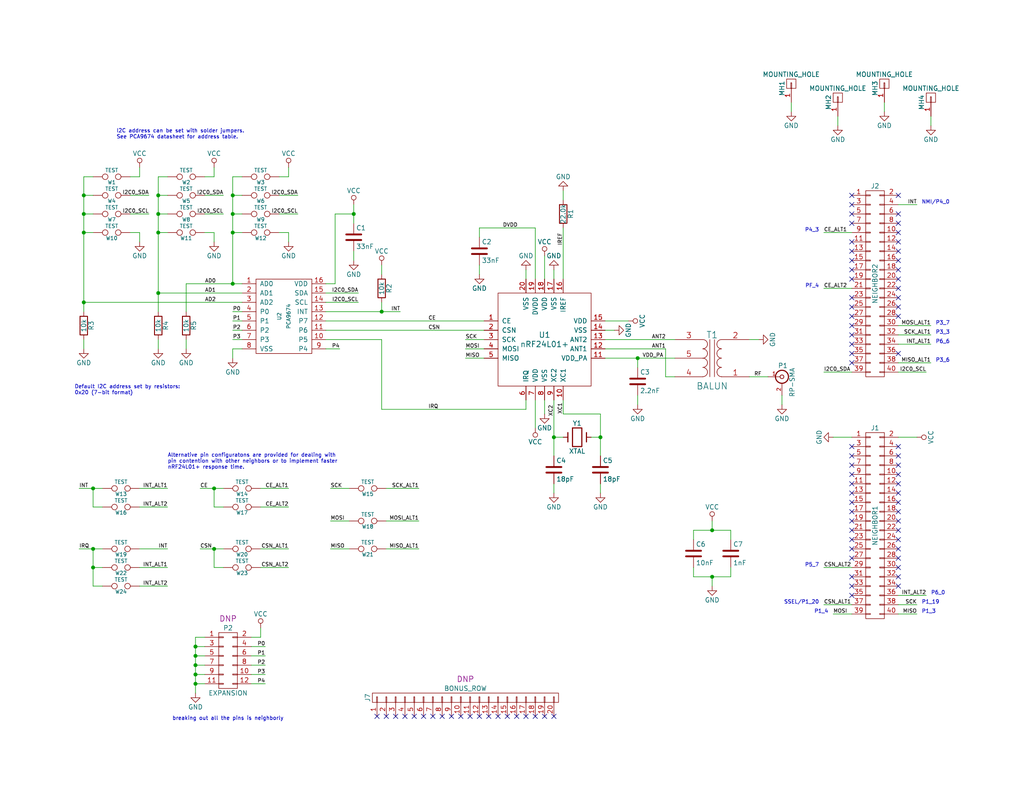
<source format=kicad_sch>
(kicad_sch (version 20230121) (generator eeschema)
  (paper "USLetter")
  (title_block (title "GreatFET Crocus, a 2.4 GHz neighbor") (date "2015-09-24") (company "Copyright 2015 Michael Ossmann") (comment 1 "License: GPL v2"))
  (junction (at 22.86 58.42))
  (junction (at 25.4 154.94))
  (junction (at 63.5 63.5))
  (junction (at 58.42 149.86))
  (junction (at 53.34 184.15))
  (junction (at 43.18 53.34))
  (junction (at 58.42 133.35))
  (junction (at 53.34 179.07))
  (junction (at 96.52 58.42))
  (junction (at 104.14 85.09))
  (junction (at 151.13 119.38))
  (junction (at 53.34 186.69))
  (junction (at 22.86 82.55))
  (junction (at 25.4 149.86))
  (junction (at 173.99 97.79))
  (junction (at 53.34 181.61))
  (junction (at 63.5 53.34))
  (junction (at 22.86 53.34))
  (junction (at 194.31 144.78))
  (junction (at 25.4 133.35))
  (junction (at 53.34 176.53))
  (junction (at 22.86 63.5))
  (junction (at 63.5 77.47))
  (junction (at 43.18 80.01))
  (junction (at 194.31 157.48))
  (junction (at 43.18 63.5))
  (junction (at 63.5 58.42))
  (junction (at 43.18 58.42))
  (junction (at 163.83 119.38))
  (no_connect (at 232.41 66.04))
  (no_connect (at 115.57 195.58))
  (no_connect (at 245.11 154.94))
  (no_connect (at 232.41 99.06))
  (no_connect (at 232.41 144.78))
  (no_connect (at 232.41 68.58))
  (no_connect (at 245.11 76.2))
  (no_connect (at 232.41 147.32))
  (no_connect (at 102.87 195.58))
  (no_connect (at 245.11 86.36))
  (no_connect (at 110.49 195.58))
  (no_connect (at 135.89 195.58))
  (no_connect (at 232.41 73.66))
  (no_connect (at 245.11 127))
  (no_connect (at 151.13 195.58))
  (no_connect (at 232.41 93.98))
  (no_connect (at 245.11 60.96))
  (no_connect (at 113.03 195.58))
  (no_connect (at 232.41 132.08))
  (no_connect (at 105.41 195.58))
  (no_connect (at 232.41 81.28))
  (no_connect (at 232.41 142.24))
  (no_connect (at 245.11 58.42))
  (no_connect (at 232.41 71.12))
  (no_connect (at 232.41 83.82))
  (no_connect (at 232.41 152.4))
  (no_connect (at 232.41 137.16))
  (no_connect (at 140.97 195.58))
  (no_connect (at 245.11 129.54))
  (no_connect (at 232.41 129.54))
  (no_connect (at 245.11 66.04))
  (no_connect (at 245.11 63.5))
  (no_connect (at 128.27 195.58))
  (no_connect (at 146.05 195.58))
  (no_connect (at 232.41 127))
  (no_connect (at 130.81 195.58))
  (no_connect (at 123.19 195.58))
  (no_connect (at 245.11 78.74))
  (no_connect (at 245.11 139.7))
  (no_connect (at 232.41 139.7))
  (no_connect (at 133.35 195.58))
  (no_connect (at 245.11 121.92))
  (no_connect (at 232.41 149.86))
  (no_connect (at 245.11 68.58))
  (no_connect (at 232.41 96.52))
  (no_connect (at 232.41 60.96))
  (no_connect (at 232.41 160.02))
  (no_connect (at 125.73 195.58))
  (no_connect (at 245.11 147.32))
  (no_connect (at 245.11 132.08))
  (no_connect (at 232.41 88.9))
  (no_connect (at 245.11 137.16))
  (no_connect (at 232.41 53.34))
  (no_connect (at 245.11 81.28))
  (no_connect (at 118.11 195.58))
  (no_connect (at 120.65 195.58))
  (no_connect (at 245.11 96.52))
  (no_connect (at 138.43 195.58))
  (no_connect (at 232.41 76.2))
  (no_connect (at 148.59 195.58))
  (no_connect (at 232.41 134.62))
  (no_connect (at 245.11 83.82))
  (no_connect (at 232.41 162.56))
  (no_connect (at 232.41 55.88))
  (no_connect (at 232.41 157.48))
  (no_connect (at 232.41 86.36))
  (no_connect (at 245.11 149.86))
  (no_connect (at 245.11 134.62))
  (no_connect (at 245.11 142.24))
  (no_connect (at 232.41 91.44))
  (no_connect (at 232.41 121.92))
  (no_connect (at 245.11 144.78))
  (no_connect (at 107.95 195.58))
  (no_connect (at 143.51 195.58))
  (no_connect (at 245.11 73.66))
  (no_connect (at 245.11 160.02))
  (no_connect (at 245.11 152.4))
  (no_connect (at 232.41 58.42))
  (no_connect (at 245.11 157.48))
  (no_connect (at 232.41 124.46))
  (no_connect (at 245.11 53.34))
  (no_connect (at 245.11 71.12))
  (no_connect (at 245.11 124.46))
  (wire (pts (xy 181.61 95.25) (xy 165.1 95.25)))
  (wire (pts (xy 50.8 77.47) (xy 63.5 77.47)))
  (wire (pts (xy 254 31.75) (xy 254 34.29)))
  (wire (pts (xy 22.86 95.25) (xy 22.86 92.71)))
  (wire (pts (xy 165.1 92.71) (xy 184.15 92.71)))
  (wire (pts (xy 252.73 101.6) (xy 245.11 101.6)))
  (wire (pts (xy 22.86 58.42) (xy 22.86 63.5)))
  (wire (pts (xy 189.23 144.78) (xy 189.23 147.32)))
  (wire (pts (xy 127 92.71) (xy 132.08 92.71)))
  (wire (pts (xy 43.18 58.42) (xy 45.72 58.42)))
  (wire (pts (xy 88.9 85.09) (xy 104.14 85.09)))
  (wire (pts (xy 63.5 92.71) (xy 66.04 92.71)))
  (wire (pts (xy 38.1 63.5) (xy 38.1 66.04)))
  (wire (pts (xy 228.6 31.75) (xy 228.6 34.29)))
  (wire (pts (xy 45.72 133.35) (xy 38.1 133.35)))
  (wire (pts (xy 54.61 149.86) (xy 58.42 149.86)))
  (wire (pts (xy 173.99 107.95) (xy 173.99 110.49)))
  (wire (pts (xy 38.1 48.26) (xy 38.1 45.72)))
  (wire (pts (xy 53.34 186.69) (xy 53.34 189.23)))
  (wire (pts (xy 63.5 95.25) (xy 63.5 97.79)))
  (wire (pts (xy 194.31 157.48) (xy 199.39 157.48)))
  (wire (pts (xy 104.14 92.71) (xy 88.9 92.71)))
  (wire (pts (xy 148.59 76.2) (xy 148.59 69.85)))
  (wire (pts (xy 50.8 95.25) (xy 50.8 92.71)))
  (wire (pts (xy 78.74 48.26) (xy 78.74 45.72)))
  (wire (pts (xy 22.86 63.5) (xy 25.4 63.5)))
  (wire (pts (xy 63.5 90.17) (xy 66.04 90.17)))
  (wire (pts (xy 53.34 184.15) (xy 53.34 186.69)))
  (wire (pts (xy 63.5 58.42) (xy 66.04 58.42)))
  (wire (pts (xy 55.88 181.61) (xy 53.34 181.61)))
  (wire (pts (xy 55.88 48.26) (xy 58.42 48.26)))
  (wire (pts (xy 143.51 111.76) (xy 104.14 111.76)))
  (wire (pts (xy 43.18 53.34) (xy 43.18 58.42)))
  (wire (pts (xy 25.4 154.94) (xy 25.4 160.02)))
  (wire (pts (xy 167.64 90.17) (xy 165.1 90.17)))
  (wire (pts (xy 184.15 102.87) (xy 181.61 102.87)))
  (wire (pts (xy 173.99 97.79) (xy 173.99 100.33)))
  (wire (pts (xy 204.47 92.71) (xy 207.01 92.71)))
  (wire (pts (xy 38.1 138.43) (xy 45.72 138.43)))
  (wire (pts (xy 72.39 181.61) (xy 68.58 181.61)))
  (wire (pts (xy 43.18 80.01) (xy 43.18 85.09)))
  (wire (pts (xy 96.52 68.58) (xy 96.52 71.12)))
  (wire (pts (xy 92.71 95.25) (xy 88.9 95.25)))
  (wire (pts (xy 245.11 119.38) (xy 250.19 119.38)))
  (wire (pts (xy 63.5 85.09) (xy 66.04 85.09)))
  (wire (pts (xy 90.17 133.35) (xy 95.25 133.35)))
  (wire (pts (xy 72.39 179.07) (xy 68.58 179.07)))
  (wire (pts (xy 163.83 113.03) (xy 153.67 113.03)))
  (wire (pts (xy 254 91.44) (xy 245.11 91.44)))
  (wire (pts (xy 153.67 113.03) (xy 153.67 109.22)))
  (wire (pts (xy 72.39 184.15) (xy 68.58 184.15)))
  (wire (pts (xy 194.31 144.78) (xy 194.31 142.24)))
  (wire (pts (xy 53.34 179.07) (xy 53.34 181.61)))
  (wire (pts (xy 91.44 77.47) (xy 91.44 58.42)))
  (wire (pts (xy 241.3 27.94) (xy 241.3 30.48)))
  (wire (pts (xy 38.1 160.02) (xy 45.72 160.02)))
  (wire (pts (xy 58.42 63.5) (xy 58.42 66.04)))
  (wire (pts (xy 88.9 77.47) (xy 91.44 77.47)))
  (wire (pts (xy 22.86 82.55) (xy 66.04 82.55)))
  (wire (pts (xy 97.79 82.55) (xy 88.9 82.55)))
  (wire (pts (xy 127 97.79) (xy 132.08 97.79)))
  (wire (pts (xy 25.4 138.43) (xy 27.94 138.43)))
  (wire (pts (xy 232.41 167.64) (xy 227.33 167.64)))
  (wire (pts (xy 143.51 109.22) (xy 143.51 111.76)))
  (wire (pts (xy 58.42 48.26) (xy 58.42 45.72)))
  (wire (pts (xy 25.4 149.86) (xy 27.94 149.86)))
  (wire (pts (xy 55.88 184.15) (xy 53.34 184.15)))
  (wire (pts (xy 173.99 97.79) (xy 184.15 97.79)))
  (wire (pts (xy 181.61 102.87) (xy 181.61 95.25)))
  (wire (pts (xy 60.96 53.34) (xy 55.88 53.34)))
  (wire (pts (xy 58.42 154.94) (xy 60.96 154.94)))
  (wire (pts (xy 55.88 63.5) (xy 58.42 63.5)))
  (wire (pts (xy 22.86 48.26) (xy 25.4 48.26)))
  (wire (pts (xy 25.4 160.02) (xy 27.94 160.02)))
  (wire (pts (xy 81.28 58.42) (xy 76.2 58.42)))
  (wire (pts (xy 38.1 154.94) (xy 45.72 154.94)))
  (wire (pts (xy 163.83 113.03) (xy 163.83 119.38)))
  (wire (pts (xy 171.45 87.63) (xy 165.1 87.63)))
  (wire (pts (xy 151.13 119.38) (xy 153.67 119.38)))
  (wire (pts (xy 53.34 176.53) (xy 53.34 179.07)))
  (wire (pts (xy 71.12 154.94) (xy 78.74 154.94)))
  (wire (pts (xy 63.5 53.34) (xy 63.5 58.42)))
  (wire (pts (xy 254 88.9) (xy 245.11 88.9)))
  (wire (pts (xy 43.18 48.26) (xy 45.72 48.26)))
  (wire (pts (xy 78.74 149.86) (xy 71.12 149.86)))
  (wire (pts (xy 104.14 85.09) (xy 109.22 85.09)))
  (wire (pts (xy 90.17 142.24) (xy 95.25 142.24)))
  (wire (pts (xy 151.13 109.22) (xy 151.13 119.38)))
  (wire (pts (xy 227.33 119.38) (xy 232.41 119.38)))
  (wire (pts (xy 91.44 58.42) (xy 96.52 58.42)))
  (wire (pts (xy 250.19 165.1) (xy 245.11 165.1)))
  (wire (pts (xy 199.39 157.48) (xy 199.39 154.94)))
  (wire (pts (xy 21.59 133.35) (xy 25.4 133.35)))
  (wire (pts (xy 245.11 55.88) (xy 250.19 55.88)))
  (wire (pts (xy 40.64 58.42) (xy 35.56 58.42)))
  (wire (pts (xy 132.08 90.17) (xy 88.9 90.17)))
  (wire (pts (xy 22.86 53.34) (xy 22.86 58.42)))
  (wire (pts (xy 224.79 154.94) (xy 232.41 154.94)))
  (wire (pts (xy 163.83 119.38) (xy 163.83 124.46)))
  (wire (pts (xy 88.9 87.63) (xy 132.08 87.63)))
  (wire (pts (xy 58.42 133.35) (xy 60.96 133.35)))
  (wire (pts (xy 194.31 144.78) (xy 199.39 144.78)))
  (wire (pts (xy 50.8 85.09) (xy 50.8 77.47)))
  (wire (pts (xy 245.11 167.64) (xy 250.19 167.64)))
  (wire (pts (xy 224.79 78.74) (xy 232.41 78.74)))
  (wire (pts (xy 78.74 133.35) (xy 71.12 133.35)))
  (wire (pts (xy 43.18 58.42) (xy 43.18 63.5)))
  (wire (pts (xy 43.18 80.01) (xy 66.04 80.01)))
  (wire (pts (xy 146.05 76.2) (xy 146.05 62.23)))
  (wire (pts (xy 43.18 63.5) (xy 43.18 80.01)))
  (wire (pts (xy 165.1 97.79) (xy 173.99 97.79)))
  (wire (pts (xy 151.13 119.38) (xy 151.13 124.46)))
  (wire (pts (xy 22.86 63.5) (xy 22.86 82.55)))
  (wire (pts (xy 66.04 95.25) (xy 63.5 95.25)))
  (wire (pts (xy 54.61 133.35) (xy 58.42 133.35)))
  (wire (pts (xy 104.14 111.76) (xy 104.14 92.71)))
  (wire (pts (xy 72.39 176.53) (xy 68.58 176.53)))
  (wire (pts (xy 71.12 173.99) (xy 71.12 171.45)))
  (wire (pts (xy 53.34 173.99) (xy 53.34 176.53)))
  (wire (pts (xy 43.18 48.26) (xy 43.18 53.34)))
  (wire (pts (xy 53.34 181.61) (xy 53.34 184.15)))
  (wire (pts (xy 232.41 101.6) (xy 224.79 101.6)))
  (wire (pts (xy 148.59 109.22) (xy 148.59 113.03)))
  (wire (pts (xy 90.17 149.86) (xy 95.25 149.86)))
  (wire (pts (xy 25.4 149.86) (xy 25.4 154.94)))
  (wire (pts (xy 153.67 52.07) (xy 153.67 54.61)))
  (wire (pts (xy 25.4 133.35) (xy 27.94 133.35)))
  (wire (pts (xy 63.5 48.26) (xy 66.04 48.26)))
  (wire (pts (xy 245.11 99.06) (xy 254 99.06)))
  (wire (pts (xy 68.58 173.99) (xy 71.12 173.99)))
  (wire (pts (xy 71.12 138.43) (xy 78.74 138.43)))
  (wire (pts (xy 21.59 149.86) (xy 25.4 149.86)))
  (wire (pts (xy 252.73 162.56) (xy 245.11 162.56)))
  (wire (pts (xy 153.67 62.23) (xy 153.67 76.2)))
  (wire (pts (xy 189.23 144.78) (xy 194.31 144.78)))
  (wire (pts (xy 97.79 80.01) (xy 88.9 80.01)))
  (wire (pts (xy 63.5 48.26) (xy 63.5 53.34)))
  (wire (pts (xy 22.86 53.34) (xy 25.4 53.34)))
  (wire (pts (xy 204.47 102.87) (xy 209.55 102.87)))
  (wire (pts (xy 151.13 76.2) (xy 151.13 73.66)))
  (wire (pts (xy 22.86 82.55) (xy 22.86 85.09)))
  (wire (pts (xy 146.05 62.23) (xy 130.81 62.23)))
  (wire (pts (xy 194.31 157.48) (xy 194.31 160.02)))
  (wire (pts (xy 76.2 63.5) (xy 78.74 63.5)))
  (wire (pts (xy 96.52 55.88) (xy 96.52 58.42)))
  (wire (pts (xy 43.18 63.5) (xy 45.72 63.5)))
  (wire (pts (xy 189.23 157.48) (xy 194.31 157.48)))
  (wire (pts (xy 55.88 173.99) (xy 53.34 173.99)))
  (wire (pts (xy 76.2 48.26) (xy 78.74 48.26)))
  (wire (pts (xy 22.86 48.26) (xy 22.86 53.34)))
  (wire (pts (xy 114.3 133.35) (xy 105.41 133.35)))
  (wire (pts (xy 189.23 154.94) (xy 189.23 157.48)))
  (wire (pts (xy 215.9 27.94) (xy 215.9 30.48)))
  (wire (pts (xy 63.5 87.63) (xy 66.04 87.63)))
  (wire (pts (xy 130.81 62.23) (xy 130.81 64.77)))
  (wire (pts (xy 114.3 142.24) (xy 105.41 142.24)))
  (wire (pts (xy 60.96 58.42) (xy 55.88 58.42)))
  (wire (pts (xy 213.36 107.95) (xy 213.36 110.49)))
  (wire (pts (xy 25.4 154.94) (xy 27.94 154.94)))
  (wire (pts (xy 45.72 149.86) (xy 38.1 149.86)))
  (wire (pts (xy 199.39 144.78) (xy 199.39 147.32)))
  (wire (pts (xy 78.74 63.5) (xy 78.74 66.04)))
  (wire (pts (xy 130.81 72.39) (xy 130.81 74.93)))
  (wire (pts (xy 114.3 149.86) (xy 105.41 149.86)))
  (wire (pts (xy 72.39 186.69) (xy 68.58 186.69)))
  (wire (pts (xy 55.88 186.69) (xy 53.34 186.69)))
  (wire (pts (xy 58.42 138.43) (xy 60.96 138.43)))
  (wire (pts (xy 224.79 63.5) (xy 232.41 63.5)))
  (wire (pts (xy 161.29 119.38) (xy 163.83 119.38)))
  (wire (pts (xy 35.56 63.5) (xy 38.1 63.5)))
  (wire (pts (xy 163.83 134.62) (xy 163.83 132.08)))
  (wire (pts (xy 58.42 133.35) (xy 58.42 138.43)))
  (wire (pts (xy 22.86 58.42) (xy 25.4 58.42)))
  (wire (pts (xy 96.52 58.42) (xy 96.52 60.96)))
  (wire (pts (xy 146.05 109.22) (xy 146.05 116.84)))
  (wire (pts (xy 58.42 149.86) (xy 58.42 154.94)))
  (wire (pts (xy 63.5 63.5) (xy 63.5 77.47)))
  (wire (pts (xy 43.18 95.25) (xy 43.18 92.71)))
  (wire (pts (xy 35.56 48.26) (xy 38.1 48.26)))
  (wire (pts (xy 55.88 176.53) (xy 53.34 176.53)))
  (wire (pts (xy 25.4 133.35) (xy 25.4 138.43)))
  (wire (pts (xy 63.5 77.47) (xy 66.04 77.47)))
  (wire (pts (xy 55.88 179.07) (xy 53.34 179.07)))
  (wire (pts (xy 63.5 63.5) (xy 66.04 63.5)))
  (wire (pts (xy 58.42 149.86) (xy 60.96 149.86)))
  (wire (pts (xy 143.51 76.2) (xy 143.51 73.66)))
  (wire (pts (xy 81.28 53.34) (xy 76.2 53.34)))
  (wire (pts (xy 104.14 72.39) (xy 104.14 74.93)))
  (wire (pts (xy 40.64 53.34) (xy 35.56 53.34)))
  (wire (pts (xy 224.79 165.1) (xy 232.41 165.1)))
  (wire (pts (xy 63.5 58.42) (xy 63.5 63.5)))
  (wire (pts (xy 43.18 53.34) (xy 45.72 53.34)))
  (wire (pts (xy 63.5 53.34) (xy 66.04 53.34)))
  (wire (pts (xy 127 95.25) (xy 132.08 95.25)))
  (wire (pts (xy 151.13 134.62) (xy 151.13 132.08)))
  (wire (pts (xy 254 93.98) (xy 245.11 93.98)))
  (wire (pts (xy 104.14 82.55) (xy 104.14 85.09)))
  (text "P6_0" (at 254 162.56 0) (effects (font (size 1.016 1.016)) (justify left bottom)))
  (text "P1_19" (at 251.46 165.1 0) (effects (font (size 1.016 1.016)) (justify left bottom)))
  (text "I2C address can be set with solder jumpers.\nSee PCA9674 datasheet for address table." (at 31.75 38.1 0) (effects (font (size 1.016 1.016)) (justify left bottom)))
  (text "P1_3" (at 251.46 167.64 0) (effects (font (size 1.016 1.016)) (justify left bottom)))
  (text "PF_4" (at 223.52 78.74 0) (effects (font (size 1.016 1.016)) (justify right bottom)))
  (text "NMI/P4_0" (at 251.46 55.88 0) (effects (font (size 1.016 1.016)) (justify left bottom)))
  (text "Alternative pin configuratons are provided for dealing with\npin contention with other neighbors or to implement faster\nnRF24L01+ response time." (at 45.72 128.27 0) (effects (font (size 1.016 1.016)) (justify left bottom)))
  (text "SSEL/P1_20" (at 223.52 165.1 0) (effects (font (size 1.016 1.016)) (justify right bottom)))
  (text "breaking out all the pins is neighborly" (at 46.99 196.85 0) (effects (font (size 1.016 1.016)) (justify left bottom)))
  (text "P1_4" (at 226.06 167.64 0) (effects (font (size 1.016 1.016)) (justify right bottom)))
  (text "Default I2C address set by resistors:\n0x20 (7-bit format)" (at 20.32 107.95 0) (effects (font (size 1.016 1.016)) (justify left bottom)))
  (text "P3_6" (at 255.27 99.06 0) (effects (font (size 1.016 1.016)) (justify left bottom)))
  (text "P4_3" (at 223.52 63.5 0) (effects (font (size 1.016 1.016)) (justify right bottom)))
  (text "P5_7" (at 223.52 154.94 0) (effects (font (size 1.016 1.016)) (justify right bottom)))
  (text "P3_3" (at 255.27 91.44 0) (effects (font (size 1.016 1.016)) (justify left bottom)))
  (text "P3_7" (at 255.27 88.9 0) (effects (font (size 1.016 1.016)) (justify left bottom)))
  (text "P6_6" (at 255.27 93.98 0) (effects (font (size 1.016 1.016)) (justify left bottom)))
  (label "SCK" (at 250.19 165.1 180) (effects (font (size 1.016 1.016))))
  (label "P1" (at 63.5 87.63 0) (effects (font (size 1.016 1.016))))
  (label "CE" (at 54.61 133.35 0) (effects (font (size 1.016 1.016))))
  (label "AD2" (at 55.88 82.55 0) (effects (font (size 1.016 1.016))))
  (label "P1" (at 72.39 179.07 180) (effects (font (size 1.016 1.016))))
  (label "P2" (at 63.5 90.17 0) (effects (font (size 1.016 1.016))))
  (label "P0" (at 63.5 85.09 0) (effects (font (size 1.016 1.016))))
  (label "SCK" (at 90.17 133.35 0) (effects (font (size 1.016 1.016))))
  (label "P4" (at 92.71 95.25 180) (effects (font (size 1.016 1.016))))
  (label "MOSI_ALT1" (at 114.3 142.24 180) (effects (font (size 1.016 1.016))))
  (label "I2C0_SCL" (at 60.96 58.42 180) (effects (font (size 1.016 1.016))))
  (label "INT_ALT2" (at 45.72 160.02 180) (effects (font (size 1.016 1.016))))
  (label "I2C0_SDA" (at 224.79 101.6 0) (effects (font (size 1.016 1.016))))
  (label "IREF" (at 153.67 63.5 270) (effects (font (size 1.016 1.016))))
  (label "MISO_ALT1" (at 114.3 149.86 180) (effects (font (size 1.016 1.016))))
  (label "CE_ALT2" (at 78.74 138.43 180) (effects (font (size 1.016 1.016))))
  (label "MOSI" (at 127 95.25 0) (effects (font (size 1.016 1.016))))
  (label "I2C0_SCL" (at 81.28 58.42 180) (effects (font (size 1.016 1.016))))
  (label "CSN" (at 54.61 149.86 0) (effects (font (size 1.016 1.016))))
  (label "I2C0_SCL" (at 40.64 58.42 180) (effects (font (size 1.016 1.016))))
  (label "I2C0_SDA" (at 40.64 53.34 180) (effects (font (size 1.016 1.016))))
  (label "INT_ALT1" (at 254 93.98 180) (effects (font (size 1.016 1.016))))
  (label "I2C0_SCL" (at 97.79 82.55 180) (effects (font (size 1.016 1.016))))
  (label "SCK_ALT1" (at 254 91.44 180) (effects (font (size 1.016 1.016))))
  (label "SCK" (at 127 92.71 0) (effects (font (size 1.016 1.016))))
  (label "XC2" (at 151.13 110.49 270) (effects (font (size 1.016 1.016))))
  (label "CE_ALT2" (at 224.79 78.74 0) (effects (font (size 1.016 1.016))))
  (label "MOSI" (at 227.33 167.64 0) (effects (font (size 1.016 1.016))))
  (label "INT_ALT2" (at 45.72 138.43 180) (effects (font (size 1.016 1.016))))
  (label "VDD_PA" (at 175.26 97.79 0) (effects (font (size 1.016 1.016))))
  (label "SCK_ALT1" (at 114.3 133.35 180) (effects (font (size 1.016 1.016))))
  (label "MISO" (at 127 97.79 0) (effects (font (size 1.016 1.016))))
  (label "INT_ALT1" (at 45.72 154.94 180) (effects (font (size 1.016 1.016))))
  (label "CE" (at 116.84 87.63 0) (effects (font (size 1.016 1.016))))
  (label "RF" (at 205.74 102.87 0) (effects (font (size 1.016 1.016))))
  (label "ANT1" (at 177.8 95.25 0) (effects (font (size 1.016 1.016))))
  (label "INT" (at 21.59 133.35 0) (effects (font (size 1.016 1.016))))
  (label "P4" (at 72.39 186.69 180) (effects (font (size 1.016 1.016))))
  (label "P3" (at 72.39 184.15 180) (effects (font (size 1.016 1.016))))
  (label "CSN_ALT1" (at 78.74 149.86 180) (effects (font (size 1.016 1.016))))
  (label "MISO_ALT1" (at 254 99.06 180) (effects (font (size 1.016 1.016))))
  (label "CSN" (at 116.84 90.17 0) (effects (font (size 1.016 1.016))))
  (label "MISO" (at 250.19 167.64 180) (effects (font (size 1.016 1.016))))
  (label "I2C0_SDA" (at 97.79 80.01 180) (effects (font (size 1.016 1.016))))
  (label "I2C0_SCL" (at 252.73 101.6 180) (effects (font (size 1.016 1.016))))
  (label "DVDD" (at 137.16 62.23 0) (effects (font (size 1.016 1.016))))
  (label "INT_ALT2" (at 252.73 162.56 180) (effects (font (size 1.016 1.016))))
  (label "MOSI_ALT1" (at 254 88.9 180) (effects (font (size 1.016 1.016))))
  (label "INT" (at 250.19 55.88 180) (effects (font (size 1.016 1.016))))
  (label "CE_ALT1" (at 224.79 63.5 0) (effects (font (size 1.016 1.016))))
  (label "AD0" (at 55.88 77.47 0) (effects (font (size 1.016 1.016))))
  (label "P3" (at 63.5 92.71 0) (effects (font (size 1.016 1.016))))
  (label "CE_ALT1" (at 78.74 133.35 180) (effects (font (size 1.016 1.016))))
  (label "ANT2" (at 177.8 92.71 0) (effects (font (size 1.016 1.016))))
  (label "XC1" (at 153.67 113.03 90) (effects (font (size 1.016 1.016))))
  (label "MOSI" (at 90.17 142.24 0) (effects (font (size 1.016 1.016))))
  (label "CSN_ALT1" (at 224.79 165.1 0) (effects (font (size 1.016 1.016))))
  (label "I2C0_SDA" (at 81.28 53.34 180) (effects (font (size 1.016 1.016))))
  (label "CSN_ALT2" (at 78.74 154.94 180) (effects (font (size 1.016 1.016))))
  (label "AD1" (at 55.88 80.01 0) (effects (font (size 1.016 1.016))))
  (label "P0" (at 72.39 176.53 180) (effects (font (size 1.016 1.016))))
  (label "MISO" (at 90.17 149.86 0) (effects (font (size 1.016 1.016))))
  (label "IRQ" (at 21.59 149.86 0) (effects (font (size 1.016 1.016))))
  (label "CSN_ALT2" (at 224.79 154.94 0) (effects (font (size 1.016 1.016))))
  (label "INT" (at 45.72 149.86 180) (effects (font (size 1.016 1.016))))
  (label "P2" (at 72.39 181.61 180) (effects (font (size 1.016 1.016))))
  (label "INT_ALT1" (at 45.72 133.35 180) (effects (font (size 1.016 1.016))))
  (label "INT" (at 109.22 85.09 180) (effects (font (size 1.016 1.016))))
  (label "IRQ" (at 116.84 111.76 0) (effects (font (size 1.016 1.016))))
  (label "I2C0_SDA" (at 60.96 53.34 180) (effects (font (size 1.016 1.016))))
  (symbol (lib_id "crocus-rescue:CONN_02X20") (at 238.76 77.47 0) (unit 1)
    (property "Reference" "J2" (at 238.76 50.8 0))
    (property "Value" "NEIGHBOR2" (at 238.76 77.47 90))
    (property "Footprint" "gsg-modules:HEADER-2x20" (effects hide))
    (property "Manufacturer" "Samtec" (effects hide))
    (property "Part Number" "SSQ-120-23-G-D" (effects hide))
    (property "Description" "CONN RCPT .100\" 40POS DUAL-ROW STACKING GOLD" (effects hide))
    (property "Note" "Alternate: https://www.adafruit.com/products/2223" (effects hide))
  )
  (symbol (lib_id "crocus-rescue:GND") (at 227.33 119.38 270) (unit 1)
    (property "Reference" "#PWR01" (effects hide))
    (property "Value" "GND" (at 223.52 119.38 0))
  )
  (symbol (lib_id "crocus-rescue:VCC") (at 250.19 119.38 270) (unit 1)
    (property "Reference" "#PWR037" (effects hide))
    (property "Value" "VCC" (at 254 119.38 0))
  )
  (symbol (lib_id "crocus-rescue:CONN_02X20") (at 238.76 143.51 0) (unit 1)
    (property "Reference" "J1" (at 238.76 116.84 0))
    (property "Value" "NEIGHBOR1" (at 238.76 143.51 90))
    (property "Footprint" "gsg-modules:HEADER-2x20" (effects hide))
    (property "Manufacturer" "Samtec" (effects hide))
    (property "Part Number" "SSQ-120-23-G-D" (effects hide))
    (property "Description" "CONN RCPT .100\" 40POS DUAL-ROW STACKING GOLD" (effects hide))
    (property "Note" "Alternate: https://www.adafruit.com/products/2223" (effects hide))
  )
  (symbol (lib_id "crocus-rescue:CONN_01X01") (at 241.3 22.86 90) (unit 1)
    (property "Reference" "MH3" (at 238.76 24.13 0))
    (property "Value" "MOUNTING_HOLE" (at 241.3 20.32 90))
    (property "Footprint" "gsg-modules:HOLE126MIL-COPPER" (effects hide))
    (property "Note" "DNP" (effects hide))
  )
  (symbol (lib_id "crocus-rescue:GND") (at 241.3 30.48 0) (unit 1)
    (property "Reference" "#PWR02" (effects hide))
    (property "Value" "GND" (at 241.3 34.29 0))
  )
  (symbol (lib_id "crocus-rescue:CONN_01X01") (at 254 26.67 90) (unit 1)
    (property "Reference" "MH4" (at 251.46 27.94 0))
    (property "Value" "MOUNTING_HOLE" (at 254 24.13 90))
    (property "Footprint" "gsg-modules:HOLE126MIL-COPPER" (effects hide))
    (property "Note" "DNP" (effects hide))
  )
  (symbol (lib_id "crocus-rescue:GND") (at 254 34.29 0) (unit 1)
    (property "Reference" "#PWR03" (effects hide))
    (property "Value" "GND" (at 254 38.1 0))
  )
  (symbol (lib_id "crocus-rescue:CONN_01X01") (at 215.9 22.86 90) (unit 1)
    (property "Reference" "MH1" (at 213.36 24.13 0))
    (property "Value" "MOUNTING_HOLE" (at 215.9 20.32 90))
    (property "Footprint" "gsg-modules:HOLE126MIL-COPPER" (effects hide))
    (property "Note" "DNP" (effects hide))
  )
  (symbol (lib_id "crocus-rescue:GND") (at 215.9 30.48 0) (unit 1)
    (property "Reference" "#PWR04" (effects hide))
    (property "Value" "GND" (at 215.9 34.29 0))
  )
  (symbol (lib_id "crocus-rescue:CONN_01X01") (at 228.6 26.67 90) (unit 1)
    (property "Reference" "MH2" (at 226.06 27.94 0))
    (property "Value" "MOUNTING_HOLE" (at 228.6 24.13 90))
    (property "Footprint" "gsg-modules:HOLE126MIL-COPPER" (effects hide))
    (property "Note" "DNP" (effects hide))
  )
  (symbol (lib_id "crocus-rescue:GND") (at 228.6 34.29 0) (unit 1)
    (property "Reference" "#PWR05" (effects hide))
    (property "Value" "GND" (at 228.6 38.1 0))
  )
  (symbol (lib_id "crocus-rescue:nRF24L01+") (at 148.59 92.71 0) (unit 1)
    (property "Reference" "U1" (at 148.59 91.44 0) (effects (font (size 1.524 1.524))))
    (property "Value" "nRF24L01+" (at 148.59 93.98 0) (effects (font (size 1.524 1.524))))
    (property "Footprint" "gsg-modules:QFN20-4" (effects hide))
    (property "Manufacturer" "Nordi Semiconductor" (effects hide))
    (property "Part Number" "NRF24L01P-R7" (effects hide))
    (property "Description" "IC RF TRANSCEIVER 2.4GHZ 20QFN" (effects hide))
  )
  (symbol (lib_id "crocus-rescue:BNC") (at 213.36 102.87 0) (unit 1)
    (property "Reference" "P1" (at 213.614 99.822 0))
    (property "Value" "RP-SMA" (at 216.154 104.394 90))
    (property "Footprint" "gsg-modules:SMA-EDGE" (effects hide))
    (property "Manufacturer" "Linx Technologies" (effects hide))
    (property "Part Number" "CONREVSMA003.031" (effects hide))
  )
  (symbol (lib_id "crocus-rescue:GND") (at 213.36 110.49 0) (unit 1)
    (property "Reference" "#PWR06" (effects hide))
    (property "Value" "GND" (at 213.36 114.3 0))
  )
  (symbol (lib_id "crocus-rescue:GND") (at 148.59 113.03 0) (unit 1)
    (property "Reference" "#PWR07" (effects hide))
    (property "Value" "GND" (at 148.59 116.84 0))
  )
  (symbol (lib_id "crocus-rescue:GND") (at 143.51 73.66 180) (unit 1)
    (property "Reference" "#PWR08" (effects hide))
    (property "Value" "GND" (at 143.51 69.85 0))
  )
  (symbol (lib_id "crocus-rescue:GND") (at 151.13 73.66 180) (unit 1)
    (property "Reference" "#PWR09" (effects hide))
    (property "Value" "GND" (at 151.13 69.85 0))
  )
  (symbol (lib_id "crocus-rescue:GND") (at 167.64 90.17 90) (unit 1)
    (property "Reference" "#PWR010" (effects hide))
    (property "Value" "GND" (at 171.45 90.17 0))
  )
  (symbol (lib_id "crocus-rescue:VCC") (at 148.59 69.85 0) (unit 1)
    (property "Reference" "#PWR011" (effects hide))
    (property "Value" "VCC" (at 148.59 66.04 0))
  )
  (symbol (lib_id "crocus-rescue:VCC") (at 171.45 87.63 270) (unit 1)
    (property "Reference" "#PWR012" (effects hide))
    (property "Value" "VCC" (at 175.26 87.63 0))
  )
  (symbol (lib_id "crocus-rescue:VCC") (at 146.05 116.84 180) (unit 1)
    (property "Reference" "#PWR013" (effects hide))
    (property "Value" "VCC" (at 146.05 120.65 0))
  )
  (symbol (lib_id "crocus-rescue:Crystal") (at 157.48 119.38 0) (unit 1)
    (property "Reference" "Y1" (at 157.48 115.57 0))
    (property "Value" "XTAL" (at 157.48 123.19 0))
    (property "Footprint" "gsg-modules:HC-49S" (effects hide))
    (property "Manufacturer" "TXC" (effects hide))
    (property "Part Number" "9C-16.000MAAE-T" (effects hide))
    (property "Description" "CRYSTAL 16.0000MHZ 12PF SMD" (effects hide))
  )
  (symbol (lib_id "crocus-rescue:C") (at 151.13 128.27 0) (unit 1)
    (property "Reference" "C4" (at 151.765 125.73 0) (effects (justify left)))
    (property "Value" "18pF" (at 151.765 130.81 0) (effects (justify left)))
    (property "Footprint" "gsg-modules:0603" (effects hide))
    (property "Manufacturer" "Murata" (effects hide))
    (property "Part Number" "GRM1885C1H180JA01D" (effects hide))
    (property "Description" "CAP CER 18PF 50V 5% NP0 0603" (effects hide))
  )
  (symbol (lib_id "crocus-rescue:GND") (at 151.13 134.62 0) (unit 1)
    (property "Reference" "#PWR014" (effects hide))
    (property "Value" "GND" (at 151.13 138.43 0))
  )
  (symbol (lib_id "crocus-rescue:GND") (at 163.83 134.62 0) (unit 1)
    (property "Reference" "#PWR015" (effects hide))
    (property "Value" "GND" (at 163.83 138.43 0))
  )
  (symbol (lib_id "crocus-rescue:C") (at 163.83 128.27 0) (unit 1)
    (property "Reference" "C5" (at 164.465 125.73 0) (effects (justify left)))
    (property "Value" "18pF" (at 164.465 130.81 0) (effects (justify left)))
    (property "Footprint" "gsg-modules:0603" (effects hide))
    (property "Manufacturer" "Murata" (effects hide))
    (property "Part Number" "GRM1885C1H180JA01D" (effects hide))
    (property "Description" "CAP CER 18PF 50V 5% NP0 0603" (effects hide))
  )
  (symbol (lib_id "crocus-rescue:R") (at 153.67 58.42 0) (unit 1)
    (property "Reference" "R1" (at 155.702 58.42 90))
    (property "Value" "22.0k" (at 153.67 58.42 90))
    (property "Footprint" "gsg-modules:0603" (effects hide))
    (property "Manufacturer" "Stackpole" (effects hide))
    (property "Part Number" "RMCF0603FT22K0" (effects hide))
    (property "Description" "RES SMD 22K OHM 1% 1/10W 0603" (effects hide))
  )
  (symbol (lib_id "crocus-rescue:GND") (at 153.67 52.07 180) (unit 1)
    (property "Reference" "#PWR016" (effects hide))
    (property "Value" "GND" (at 153.67 48.26 0))
  )
  (symbol (lib_id "crocus-rescue:BALUN") (at 194.31 97.79 0) (unit 1)
    (property "Reference" "T1" (at 194.31 91.44 0) (effects (font (size 1.778 1.778))))
    (property "Value" "BALUN" (at 194.31 105.41 0) (effects (font (size 1.778 1.778))))
    (property "Footprint" "gsg-modules:2500BL14M100" (effects hide))
    (property "Manufacturer" "Johanson Technology" (effects hide))
    (property "Part Number" "2450BM14A0002T" (effects hide))
    (property "Description" "NRF24L01 NRF24LE01 NRF8001 SMD BALUN" (effects hide))
  )
  (symbol (lib_id "crocus-rescue:GND") (at 207.01 92.71 90) (unit 1)
    (property "Reference" "#PWR017" (effects hide))
    (property "Value" "GND" (at 210.82 92.71 0))
  )
  (symbol (lib_id "crocus-rescue:C") (at 173.99 104.14 0) (unit 1)
    (property "Reference" "C3" (at 174.625 101.6 0) (effects (justify left)))
    (property "Value" "2.2nF" (at 174.625 106.68 0) (effects (justify left)))
    (property "Footprint" "gsg-modules:0603" (effects hide))
    (property "Manufacturer" "Murata" (effects hide))
    (property "Part Number" "GRM188R71H222KA01D" (effects hide))
    (property "Description" "CAP CER 2200PF 50V X7R 0603" (effects hide))
  )
  (symbol (lib_id "crocus-rescue:GND") (at 173.99 110.49 0) (unit 1)
    (property "Reference" "#PWR018" (effects hide))
    (property "Value" "GND" (at 173.99 114.3 0))
  )
  (symbol (lib_id "crocus-rescue:C") (at 130.81 68.58 0) (unit 1)
    (property "Reference" "C2" (at 131.445 66.04 0) (effects (justify left)))
    (property "Value" "33nF" (at 131.445 71.12 0) (effects (justify left)))
    (property "Footprint" "gsg-modules:0603" (effects hide))
    (property "Manufacturer" "Samsung" (effects hide))
    (property "Part Number" "CL10B333KB8SFNC" (effects hide))
    (property "Description" "CAP CER 0.033UF 50V X7R 0603" (effects hide))
  )
  (symbol (lib_id "crocus-rescue:GND") (at 130.81 74.93 0) (unit 1)
    (property "Reference" "#PWR019" (effects hide))
    (property "Value" "GND" (at 130.81 78.74 0))
  )
  (symbol (lib_id "crocus-rescue:C") (at 189.23 151.13 0) (unit 1)
    (property "Reference" "C6" (at 189.865 148.59 0) (effects (justify left)))
    (property "Value" "10nF" (at 189.865 153.67 0) (effects (justify left)))
    (property "Footprint" "gsg-modules:0603" (effects hide))
    (property "Manufacturer" "Murata" (effects hide))
    (property "Part Number" "GRM188R71H103KA01D" (effects hide))
    (property "Description" "CAP CER 10000PF 50V X7R 0603" (effects hide))
  )
  (symbol (lib_id "crocus-rescue:VCC") (at 194.31 142.24 0) (unit 1)
    (property "Reference" "#PWR020" (effects hide))
    (property "Value" "VCC" (at 194.31 138.43 0))
  )
  (symbol (lib_id "crocus-rescue:C") (at 199.39 151.13 0) (unit 1)
    (property "Reference" "C7" (at 200.025 148.59 0) (effects (justify left)))
    (property "Value" "1nF" (at 200.025 153.67 0) (effects (justify left)))
    (property "Footprint" "gsg-modules:0603" (effects hide))
    (property "Manufacturer" "Murata" (effects hide))
    (property "Part Number" "GRM188R71H102KA01D" (effects hide))
    (property "Description" "CAP CER 1000PF 50V X7R 0603" (effects hide))
  )
  (symbol (lib_id "crocus-rescue:GND") (at 194.31 160.02 0) (unit 1)
    (property "Reference" "#PWR021" (effects hide))
    (property "Value" "GND" (at 194.31 163.83 0))
  )
  (symbol (lib_id "crocus-rescue:PCA9674") (at 77.47 86.36 0) (unit 1)
    (property "Reference" "U2" (at 76.2 86.36 90) (effects (font (size 1.016 1.016))))
    (property "Value" "PCA9674" (at 78.74 86.36 90) (effects (font (size 1.016 1.016))))
    (property "Footprint" "gsg-modules:TSSOP16" (effects hide))
    (property "Manufacturer" "NXP" (effects hide))
    (property "Part Number" "PCA9674PW,118" (effects hide))
    (property "Description" "IC I/O EXPANDER I2C 8B 16TSSOP" (effects hide))
  )
  (symbol (lib_id "crocus-rescue:GND") (at 63.5 97.79 0) (unit 1)
    (property "Reference" "#PWR022" (effects hide))
    (property "Value" "GND" (at 63.5 101.6 0))
  )
  (symbol (lib_id "crocus-rescue:VCC") (at 96.52 55.88 0) (unit 1)
    (property "Reference" "#PWR023" (effects hide))
    (property "Value" "VCC" (at 96.52 52.07 0))
  )
  (symbol (lib_id "crocus-rescue:R") (at 104.14 78.74 0) (unit 1)
    (property "Reference" "R2" (at 106.172 78.74 90))
    (property "Value" "10k" (at 104.14 78.74 90))
    (property "Footprint" "gsg-modules:0603" (effects hide))
    (property "Manufacturer" "Panasonic" (effects hide))
    (property "Part Number" "ERJ-3GEYJ103V" (effects hide))
    (property "Description" "RES 10K OHM 1/10W 5% 0603 SMD" (effects hide))
  )
  (symbol (lib_id "crocus-rescue:VCC") (at 104.14 72.39 0) (unit 1)
    (property "Reference" "#PWR024" (effects hide))
    (property "Value" "VCC" (at 104.14 68.58 0))
  )
  (symbol (lib_id "crocus-rescue:CONN_02X06") (at 62.23 180.34 0) (unit 1)
    (property "Reference" "P2" (at 62.23 171.45 0))
    (property "Value" "EXPANSION" (at 62.23 189.23 0))
    (property "Footprint" "gsg-modules:HEADER-2x6" (effects hide))
    (property "Note" "DNP" (at 62.23 168.91 0) (effects (font (size 1.524 1.524))))
  )
  (symbol (lib_id "crocus-rescue:GND") (at 53.34 189.23 0) (unit 1)
    (property "Reference" "#PWR025" (effects hide))
    (property "Value" "GND" (at 53.34 193.04 0))
  )
  (symbol (lib_id "crocus-rescue:VCC") (at 71.12 171.45 0) (unit 1)
    (property "Reference" "#PWR026" (effects hide))
    (property "Value" "VCC" (at 71.12 167.64 0))
  )
  (symbol (lib_id "crocus-rescue:GND") (at 96.52 71.12 0) (unit 1)
    (property "Reference" "#PWR027" (effects hide))
    (property "Value" "GND" (at 96.52 74.93 0))
  )
  (symbol (lib_id "crocus-rescue:C") (at 96.52 64.77 0) (unit 1)
    (property "Reference" "C1" (at 97.155 62.23 0) (effects (justify left)))
    (property "Value" "33nF" (at 97.155 67.31 0) (effects (justify left)))
    (property "Footprint" "gsg-modules:0603" (effects hide))
    (property "Manufacturer" "Samsung" (effects hide))
    (property "Part Number" "CL10B333KB8SFNC" (effects hide))
    (property "Description" "CAP CER 0.033UF 50V X7R 0603" (effects hide))
  )
  (symbol (lib_id "crocus-rescue:GND") (at 78.74 66.04 0) (unit 1)
    (property "Reference" "#PWR028" (effects hide))
    (property "Value" "GND" (at 78.74 69.85 0))
  )
  (symbol (lib_id "crocus-rescue:VCC") (at 78.74 45.72 0) (unit 1)
    (property "Reference" "#PWR029" (effects hide))
    (property "Value" "VCC" (at 78.74 41.91 0))
  )
  (symbol (lib_id "crocus-rescue:GND") (at 58.42 66.04 0) (unit 1)
    (property "Reference" "#PWR030" (effects hide))
    (property "Value" "GND" (at 58.42 69.85 0))
  )
  (symbol (lib_id "crocus-rescue:VCC") (at 58.42 45.72 0) (unit 1)
    (property "Reference" "#PWR031" (effects hide))
    (property "Value" "VCC" (at 58.42 41.91 0))
  )
  (symbol (lib_id "crocus-rescue:GND") (at 38.1 66.04 0) (unit 1)
    (property "Reference" "#PWR032" (effects hide))
    (property "Value" "GND" (at 38.1 69.85 0))
  )
  (symbol (lib_id "crocus-rescue:VCC") (at 38.1 45.72 0) (unit 1)
    (property "Reference" "#PWR033" (effects hide))
    (property "Value" "VCC" (at 38.1 41.91 0))
  )
  (symbol (lib_id "crocus-rescue:R") (at 43.18 88.9 0) (unit 1)
    (property "Reference" "R4" (at 45.212 88.9 90))
    (property "Value" "10k" (at 43.18 88.9 90))
    (property "Footprint" "gsg-modules:0603" (effects hide))
    (property "Manufacturer" "Panasonic" (effects hide))
    (property "Part Number" "ERJ-3GEYJ103V" (effects hide))
    (property "Description" "RES 10K OHM 1/10W 5% 0603 SMD" (effects hide))
  )
  (symbol (lib_id "crocus-rescue:R") (at 22.86 88.9 0) (unit 1)
    (property "Reference" "R3" (at 24.892 88.9 90))
    (property "Value" "10k" (at 22.86 88.9 90))
    (property "Footprint" "gsg-modules:0603" (effects hide))
    (property "Manufacturer" "Panasonic" (effects hide))
    (property "Part Number" "ERJ-3GEYJ103V" (effects hide))
    (property "Description" "RES 10K OHM 1/10W 5% 0603 SMD" (effects hide))
  )
  (symbol (lib_id "crocus-rescue:R") (at 50.8 88.9 0) (unit 1)
    (property "Reference" "R5" (at 52.832 88.9 90))
    (property "Value" "10k" (at 50.8 88.9 90))
    (property "Footprint" "gsg-modules:0603" (effects hide))
    (property "Manufacturer" "Panasonic" (effects hide))
    (property "Part Number" "ERJ-3GEYJ103V" (effects hide))
    (property "Description" "RES 10K OHM 1/10W 5% 0603 SMD" (effects hide))
  )
  (symbol (lib_id "crocus-rescue:GND") (at 50.8 95.25 0) (unit 1)
    (property "Reference" "#PWR034" (effects hide))
    (property "Value" "GND" (at 50.8 99.06 0))
  )
  (symbol (lib_id "crocus-rescue:GND") (at 22.86 95.25 0) (unit 1)
    (property "Reference" "#PWR035" (effects hide))
    (property "Value" "GND" (at 22.86 99.06 0))
  )
  (symbol (lib_id "crocus-rescue:GND") (at 43.18 95.25 0) (unit 1)
    (property "Reference" "#PWR036" (effects hide))
    (property "Value" "GND" (at 43.18 99.06 0))
  )
  (symbol (lib_id "crocus-rescue:TEST") (at 100.33 133.35 180) (unit 1)
    (property "Reference" "W15" (at 100.33 134.874 0) (effects (font (size 1.016 1.016))))
    (property "Value" "TEST" (at 100.33 131.572 0) (effects (font (size 1.016 1.016))))
    (property "Footprint" "gsg-modules:0603-JUMPER" (effects hide))
    (property "Note" "DNP" (effects hide))
  )
  (symbol (lib_id "crocus-rescue:TEST") (at 100.33 142.24 180) (unit 1)
    (property "Reference" "W18" (at 100.33 143.764 0) (effects (font (size 1.016 1.016))))
    (property "Value" "TEST" (at 100.33 140.462 0) (effects (font (size 1.016 1.016))))
    (property "Footprint" "gsg-modules:0603-JUMPER" (effects hide))
    (property "Note" "DNP" (effects hide))
  )
  (symbol (lib_id "crocus-rescue:TEST") (at 100.33 149.86 180) (unit 1)
    (property "Reference" "W21" (at 100.33 151.384 0) (effects (font (size 1.016 1.016))))
    (property "Value" "TEST" (at 100.33 148.082 0) (effects (font (size 1.016 1.016))))
    (property "Footprint" "gsg-modules:0603-JUMPER" (effects hide))
    (property "Note" "DNP" (effects hide))
  )
  (symbol (lib_id "crocus-rescue:TEST") (at 66.04 154.94 180) (unit 1)
    (property "Reference" "W23" (at 66.04 156.464 0) (effects (font (size 1.016 1.016))))
    (property "Value" "TEST" (at 66.04 153.162 0) (effects (font (size 1.016 1.016))))
    (property "Footprint" "gsg-modules:0603-JUMPER" (effects hide))
    (property "Note" "DNP" (effects hide))
  )
  (symbol (lib_id "crocus-rescue:TEST") (at 66.04 149.86 180) (unit 1)
    (property "Reference" "W20" (at 66.04 151.384 0) (effects (font (size 1.016 1.016))))
    (property "Value" "TEST" (at 66.04 148.082 0) (effects (font (size 1.016 1.016))))
    (property "Footprint" "gsg-modules:0603-JUMPER" (effects hide))
    (property "Note" "DNP" (effects hide))
  )
  (symbol (lib_id "crocus-rescue:TEST") (at 66.04 138.43 180) (unit 1)
    (property "Reference" "W17" (at 66.04 139.954 0) (effects (font (size 1.016 1.016))))
    (property "Value" "TEST" (at 66.04 136.652 0) (effects (font (size 1.016 1.016))))
    (property "Footprint" "gsg-modules:0603-JUMPER" (effects hide))
    (property "Note" "DNP" (effects hide))
  )
  (symbol (lib_id "crocus-rescue:TEST") (at 66.04 133.35 180) (unit 1)
    (property "Reference" "W14" (at 66.04 134.874 0) (effects (font (size 1.016 1.016))))
    (property "Value" "TEST" (at 66.04 131.572 0) (effects (font (size 1.016 1.016))))
    (property "Footprint" "gsg-modules:0603-JUMPER" (effects hide))
    (property "Note" "DNP" (effects hide))
  )
  (symbol (lib_id "crocus-rescue:TEST") (at 33.02 133.35 180) (unit 1)
    (property "Reference" "W13" (at 33.02 134.874 0) (effects (font (size 1.016 1.016))))
    (property "Value" "TEST" (at 33.02 131.572 0) (effects (font (size 1.016 1.016))))
    (property "Footprint" "gsg-modules:0603-JUMPER" (effects hide))
    (property "Note" "DNP" (effects hide))
  )
  (symbol (lib_id "crocus-rescue:TEST") (at 33.02 138.43 180) (unit 1)
    (property "Reference" "W16" (at 33.02 139.954 0) (effects (font (size 1.016 1.016))))
    (property "Value" "TEST" (at 33.02 136.652 0) (effects (font (size 1.016 1.016))))
    (property "Footprint" "gsg-modules:0603-JUMPER" (effects hide))
    (property "Note" "DNP" (effects hide))
  )
  (symbol (lib_id "crocus-rescue:TEST") (at 33.02 149.86 180) (unit 1)
    (property "Reference" "W19" (at 33.02 151.384 0) (effects (font (size 1.016 1.016))))
    (property "Value" "TEST" (at 33.02 148.082 0) (effects (font (size 1.016 1.016))))
    (property "Footprint" "gsg-modules:0603-JUMPER" (effects hide))
    (property "Note" "DNP" (effects hide))
  )
  (symbol (lib_id "crocus-rescue:TEST") (at 33.02 154.94 180) (unit 1)
    (property "Reference" "W22" (at 33.02 156.464 0) (effects (font (size 1.016 1.016))))
    (property "Value" "TEST" (at 33.02 153.162 0) (effects (font (size 1.016 1.016))))
    (property "Footprint" "gsg-modules:0603-JUMPER" (effects hide))
    (property "Note" "DNP" (effects hide))
  )
  (symbol (lib_id "crocus-rescue:TEST") (at 33.02 160.02 180) (unit 1)
    (property "Reference" "W24" (at 33.02 161.544 0) (effects (font (size 1.016 1.016))))
    (property "Value" "TEST" (at 33.02 158.242 0) (effects (font (size 1.016 1.016))))
    (property "Footprint" "gsg-modules:0603-JUMPER" (effects hide))
    (property "Note" "DNP" (effects hide))
  )
  (symbol (lib_id "crocus-rescue:TEST") (at 30.48 48.26 180) (unit 1)
    (property "Reference" "W1" (at 30.48 49.784 0) (effects (font (size 1.016 1.016))))
    (property "Value" "TEST" (at 30.48 46.482 0) (effects (font (size 1.016 1.016))))
    (property "Footprint" "gsg-modules:0603-JUMPER" (effects hide))
    (property "Note" "DNP" (effects hide))
  )
  (symbol (lib_id "crocus-rescue:TEST") (at 30.48 53.34 180) (unit 1)
    (property "Reference" "W4" (at 30.48 54.864 0) (effects (font (size 1.016 1.016))))
    (property "Value" "TEST" (at 30.48 51.562 0) (effects (font (size 1.016 1.016))))
    (property "Footprint" "gsg-modules:0603-JUMPER" (effects hide))
    (property "Note" "DNP" (effects hide))
  )
  (symbol (lib_id "crocus-rescue:TEST") (at 30.48 58.42 180) (unit 1)
    (property "Reference" "W7" (at 30.48 59.944 0) (effects (font (size 1.016 1.016))))
    (property "Value" "TEST" (at 30.48 56.642 0) (effects (font (size 1.016 1.016))))
    (property "Footprint" "gsg-modules:0603-JUMPER" (effects hide))
    (property "Note" "DNP" (effects hide))
  )
  (symbol (lib_id "crocus-rescue:TEST") (at 30.48 63.5 180) (unit 1)
    (property "Reference" "W10" (at 30.48 65.024 0) (effects (font (size 1.016 1.016))))
    (property "Value" "TEST" (at 30.48 61.722 0) (effects (font (size 1.016 1.016))))
    (property "Footprint" "gsg-modules:0603-JUMPER" (effects hide))
    (property "Note" "DNP" (effects hide))
  )
  (symbol (lib_id "crocus-rescue:TEST") (at 50.8 48.26 180) (unit 1)
    (property "Reference" "W2" (at 50.8 49.784 0) (effects (font (size 1.016 1.016))))
    (property "Value" "TEST" (at 50.8 46.482 0) (effects (font (size 1.016 1.016))))
    (property "Footprint" "gsg-modules:0603-JUMPER" (effects hide))
    (property "Note" "DNP" (effects hide))
  )
  (symbol (lib_id "crocus-rescue:TEST") (at 50.8 53.34 180) (unit 1)
    (property "Reference" "W5" (at 50.8 54.864 0) (effects (font (size 1.016 1.016))))
    (property "Value" "TEST" (at 50.8 51.562 0) (effects (font (size 1.016 1.016))))
    (property "Footprint" "gsg-modules:0603-JUMPER" (effects hide))
    (property "Note" "DNP" (effects hide))
  )
  (symbol (lib_id "crocus-rescue:TEST") (at 50.8 58.42 180) (unit 1)
    (property "Reference" "W8" (at 50.8 59.944 0) (effects (font (size 1.016 1.016))))
    (property "Value" "TEST" (at 50.8 56.642 0) (effects (font (size 1.016 1.016))))
    (property "Footprint" "gsg-modules:0603-JUMPER" (effects hide))
    (property "Note" "DNP" (effects hide))
  )
  (symbol (lib_id "crocus-rescue:TEST") (at 50.8 63.5 180) (unit 1)
    (property "Reference" "W11" (at 50.8 65.024 0) (effects (font (size 1.016 1.016))))
    (property "Value" "TEST" (at 50.8 61.722 0) (effects (font (size 1.016 1.016))))
    (property "Footprint" "gsg-modules:0603-JUMPER" (effects hide))
    (property "Note" "DNP" (effects hide))
  )
  (symbol (lib_id "crocus-rescue:TEST") (at 71.12 48.26 180) (unit 1)
    (property "Reference" "W3" (at 71.12 49.784 0) (effects (font (size 1.016 1.016))))
    (property "Value" "TEST" (at 71.12 46.482 0) (effects (font (size 1.016 1.016))))
    (property "Footprint" "gsg-modules:0603-JUMPER" (effects hide))
    (property "Note" "DNP" (effects hide))
  )
  (symbol (lib_id "crocus-rescue:TEST") (at 71.12 53.34 180) (unit 1)
    (property "Reference" "W6" (at 71.12 54.864 0) (effects (font (size 1.016 1.016))))
    (property "Value" "TEST" (at 71.12 51.562 0) (effects (font (size 1.016 1.016))))
    (property "Footprint" "gsg-modules:0603-JUMPER" (effects hide))
    (property "Note" "DNP" (effects hide))
  )
  (symbol (lib_id "crocus-rescue:TEST") (at 71.12 58.42 180) (unit 1)
    (property "Reference" "W9" (at 71.12 59.944 0) (effects (font (size 1.016 1.016))))
    (property "Value" "TEST" (at 71.12 56.642 0) (effects (font (size 1.016 1.016))))
    (property "Footprint" "gsg-modules:0603-JUMPER" (effects hide))
    (property "Note" "DNP" (effects hide))
  )
  (symbol (lib_id "crocus-rescue:TEST") (at 71.12 63.5 180) (unit 1)
    (property "Reference" "W12" (at 71.12 65.024 0) (effects (font (size 1.016 1.016))))
    (property "Value" "TEST" (at 71.12 61.722 0) (effects (font (size 1.016 1.016))))
    (property "Footprint" "gsg-modules:0603-JUMPER" (effects hide))
    (property "Note" "DNP" (effects hide))
  )
  (symbol (lib_id "crocus-rescue:CONN_01X20") (at 127 190.5 90) (unit 1)
    (property "Reference" "J7" (at 100.33 190.5 0))
    (property "Value" "BONUS_ROW" (at 127 187.96 90))
    (property "Footprint" "gsg-modules:HEADER-1x20" (effects hide))
    (property "Manufacturer" "Samtec" (effects hide))
    (property "Part Number" "SSQ-120-23-G-S" (effects hide))
    (property "Description" "CONN RCPT .100\" 20POS SINGLE-ROW STACKING GOLD" (effects hide))
    (property "Note" "DNP" (at 127 185.42 90) (effects (font (size 1.524 1.524))))
  )
)
</source>
